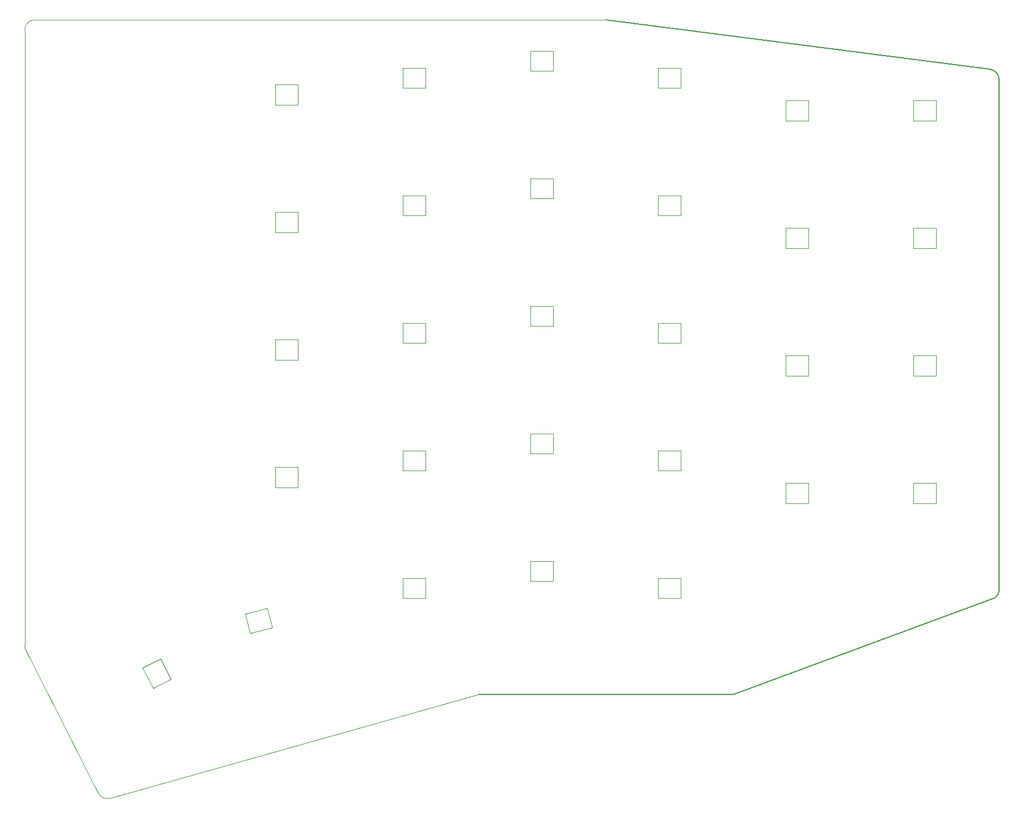
<source format=gm1>
G04 #@! TF.GenerationSoftware,KiCad,Pcbnew,9.0.3*
G04 #@! TF.CreationDate,2025-08-18T23:43:37+09:00*
G04 #@! TF.ProjectId,Sofle_Pico,536f666c-655f-4506-9963-6f2e6b696361,v3.5.4*
G04 #@! TF.SameCoordinates,Original*
G04 #@! TF.FileFunction,Profile,NP*
%FSLAX46Y46*%
G04 Gerber Fmt 4.6, Leading zero omitted, Abs format (unit mm)*
G04 Created by KiCad (PCBNEW 9.0.3) date 2025-08-18 23:43:37*
%MOMM*%
%LPD*%
G01*
G04 APERTURE LIST*
G04 #@! TA.AperFunction,Profile*
%ADD10C,0.100000*%
G04 #@! TD*
G04 #@! TA.AperFunction,Profile*
%ADD11C,0.150000*%
G04 #@! TD*
G04 #@! TA.AperFunction,Profile*
%ADD12C,0.120000*%
G04 #@! TD*
G04 APERTURE END LIST*
D10*
X94110118Y-150220430D02*
G75*
G02*
X92377683Y-149454622I-395918J1446830D01*
G01*
D11*
X226824843Y-42874865D02*
X226824843Y-119074865D01*
D10*
X94110118Y-150220430D02*
X149124843Y-134724865D01*
X81403244Y-35475249D02*
X81403244Y-127530000D01*
X81403244Y-35475249D02*
G75*
G02*
X82903628Y-33974844I1500456J-51D01*
G01*
D11*
X225488686Y-41373864D02*
G75*
G02*
X226824901Y-42874865I-174986J-1501036D01*
G01*
X187224843Y-134724865D02*
X225919106Y-120452127D01*
X149124843Y-134724865D02*
X187224843Y-134724865D01*
X168174843Y-33974865D02*
X225488686Y-41373864D01*
X226824843Y-119074865D02*
G75*
G02*
X225919094Y-120452099I-1499743J-135D01*
G01*
D10*
X81566732Y-128237683D02*
X92377724Y-149454601D01*
X168174843Y-33974865D02*
X82903628Y-33974865D01*
X81566732Y-128237683D02*
G75*
G02*
X81403248Y-127530000I1338268J681883D01*
G01*
D12*
X137855018Y-41130000D02*
X141255018Y-41130000D01*
X141255018Y-44130000D01*
X137855018Y-44130000D01*
X137855018Y-41130000D01*
X118326404Y-124716480D02*
X115042256Y-125596465D01*
X114265799Y-122698687D01*
X117549947Y-121818702D01*
X118326404Y-124716480D01*
X195005018Y-84130000D02*
X198405018Y-84130000D01*
X198405018Y-87130000D01*
X195005018Y-87130000D01*
X195005018Y-84130000D01*
X103222820Y-132423522D02*
X100549801Y-133785493D01*
X99006233Y-130756071D01*
X101679253Y-129394100D01*
X103222820Y-132423522D01*
X195005018Y-65080000D02*
X198405018Y-65080000D01*
X198405018Y-68080000D01*
X195005018Y-68080000D01*
X195005018Y-65080000D01*
X195005018Y-46030000D02*
X198405018Y-46030000D01*
X198405018Y-49030000D01*
X195005018Y-49030000D01*
X195005018Y-46030000D01*
X195005018Y-103180000D02*
X198405018Y-103180000D01*
X198405018Y-106180000D01*
X195005018Y-106180000D01*
X195005018Y-103180000D01*
X137855018Y-60180000D02*
X141255018Y-60180000D01*
X141255018Y-63180000D01*
X137855018Y-63180000D01*
X137855018Y-60180000D01*
X175955018Y-98280000D02*
X179355018Y-98280000D01*
X179355018Y-101280000D01*
X175955018Y-101280000D01*
X175955018Y-98280000D01*
X156905018Y-95780000D02*
X160305018Y-95780000D01*
X160305018Y-98780000D01*
X156905018Y-98780000D01*
X156905018Y-95780000D01*
X214055018Y-84130000D02*
X217455018Y-84130000D01*
X217455018Y-87130000D01*
X214055018Y-87130000D01*
X214055018Y-84130000D01*
X118805018Y-81730000D02*
X122205018Y-81730000D01*
X122205018Y-84730000D01*
X118805018Y-84730000D01*
X118805018Y-81730000D01*
X175955018Y-60180000D02*
X179355018Y-60180000D01*
X179355018Y-63180000D01*
X175955018Y-63180000D01*
X175955018Y-60180000D01*
X137855018Y-98280000D02*
X141255018Y-98280000D01*
X141255018Y-101280000D01*
X137855018Y-101280000D01*
X137855018Y-98280000D01*
X214055018Y-46030000D02*
X217455018Y-46030000D01*
X217455018Y-49030000D01*
X214055018Y-49030000D01*
X214055018Y-46030000D01*
X118805018Y-43630000D02*
X122205018Y-43630000D01*
X122205018Y-46630000D01*
X118805018Y-46630000D01*
X118805018Y-43630000D01*
X156905018Y-38630000D02*
X160305018Y-38630000D01*
X160305018Y-41630000D01*
X156905018Y-41630000D01*
X156905018Y-38630000D01*
X156905018Y-114830000D02*
X160305018Y-114830000D01*
X160305018Y-117830000D01*
X156905018Y-117830000D01*
X156905018Y-114830000D01*
X156905018Y-57680000D02*
X160305018Y-57680000D01*
X160305018Y-60680000D01*
X156905018Y-60680000D01*
X156905018Y-57680000D01*
X137855018Y-117330000D02*
X141255018Y-117330000D01*
X141255018Y-120330000D01*
X137855018Y-120330000D01*
X137855018Y-117330000D01*
X118805018Y-62680000D02*
X122205018Y-62680000D01*
X122205018Y-65680000D01*
X118805018Y-65680000D01*
X118805018Y-62680000D01*
X175955018Y-41130000D02*
X179355018Y-41130000D01*
X179355018Y-44130000D01*
X175955018Y-44130000D01*
X175955018Y-41130000D01*
X118805018Y-100780000D02*
X122205018Y-100780000D01*
X122205018Y-103780000D01*
X118805018Y-103780000D01*
X118805018Y-100780000D01*
X175955018Y-79230000D02*
X179355018Y-79230000D01*
X179355018Y-82230000D01*
X175955018Y-82230000D01*
X175955018Y-79230000D01*
X137855018Y-79230000D02*
X141255018Y-79230000D01*
X141255018Y-82230000D01*
X137855018Y-82230000D01*
X137855018Y-79230000D01*
X156905018Y-76730000D02*
X160305018Y-76730000D01*
X160305018Y-79730000D01*
X156905018Y-79730000D01*
X156905018Y-76730000D01*
X214055018Y-65080000D02*
X217455018Y-65080000D01*
X217455018Y-68080000D01*
X214055018Y-68080000D01*
X214055018Y-65080000D01*
X214055018Y-103180000D02*
X217455018Y-103180000D01*
X217455018Y-106180000D01*
X214055018Y-106180000D01*
X214055018Y-103180000D01*
X175955018Y-117330000D02*
X179355018Y-117330000D01*
X179355018Y-120330000D01*
X175955018Y-120330000D01*
X175955018Y-117330000D01*
M02*

</source>
